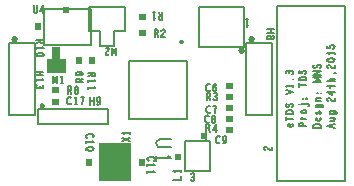
<source format=gto>
G04 ================== begin FILE IDENTIFICATION RECORD ==================*
G04 Layout Name:  C:/USERS/MSAHADAT3/DROPBOX/GATECH/ETDS_PCB/allegro/ETDS_PCB_V1_3.brd*
G04 Film Name:    SILKSCREEN_TOP*
G04 File Format:  Gerber RS274X*
G04 File Origin:  Cadence Allegro 16.6-S034*
G04 Origin Date:  Mon Aug 24 20:03:50 2015*
G04 *
G04 Layer:  REF DES/SILKSCREEN_TOP*
G04 Layer:  PACKAGE GEOMETRY/SILKSCREEN_TOP*
G04 Layer:  BOARD GEOMETRY/SILKSCREEN_TOP*
G04 *
G04 Offset:    (0.00 0.00)*
G04 Mirror:    No*
G04 Mode:      Positive*
G04 Rotation:  0*
G04 FullContactRelief:  No*
G04 UndefLineWidth:     5.00*
G04 ================== end FILE IDENTIFICATION RECORD ====================*
%FSLAX25Y25*MOIN*%
%IR0*IPPOS*OFA0.00000B0.00000*MIA0B0*SFA1.00000B1.00000*%
%ADD10C,.005*%
G75*
%LPD*%
G75*
G36*
G01X761200Y1707250D02*
X759200D01*
Y1705050D01*
X761200D01*
Y1707250D01*
G37*
G36*
G01X753352Y1701808D02*
G03I-1114J0D01*
G37*
G36*
G01X764800Y1682000D02*
Y1680000D01*
X767000D01*
Y1682000D01*
X764800D01*
G37*
G36*
G01X762344Y1679643D02*
G03I-880J0D01*
G37*
G36*
G01X764800Y1685900D02*
Y1683900D01*
X767000D01*
Y1685900D01*
X764800D01*
G37*
G36*
G01Y1695400D02*
Y1699100D01*
X767400D01*
Y1695400D01*
X769400D01*
Y1690500D01*
X762900D01*
Y1695400D01*
X764800D01*
G37*
G36*
G01X772800Y1693700D02*
X774800D01*
Y1695900D01*
X772800D01*
Y1693700D01*
G37*
G36*
G01X768500Y1712500D02*
Y1710700D01*
X770500D01*
Y1712500D01*
X768500D01*
G37*
G36*
G01X778100Y1661900D02*
X776100D01*
Y1659700D01*
X778100D01*
Y1661900D01*
G37*
G36*
G01X780500Y1654500D02*
X791200D01*
Y1667100D01*
X780500D01*
Y1654500D01*
G37*
G36*
G01X778900Y1695900D02*
X776900D01*
Y1693700D01*
X778900D01*
Y1695900D01*
G37*
G36*
G01X795700Y1661900D02*
X793700D01*
Y1659700D01*
X795700D01*
Y1661900D01*
G37*
G36*
G01X793800Y1704800D02*
Y1702800D01*
X796000D01*
Y1704800D01*
X793800D01*
G37*
G36*
G01X796000Y1708100D02*
Y1710100D01*
X793800D01*
Y1708100D01*
X796000D01*
G37*
G36*
G01X805600Y1661500D02*
X807600D01*
Y1663700D01*
X805600D01*
Y1661500D01*
G37*
G36*
G01X808706Y1700900D02*
G03I-806J0D01*
G37*
G36*
G01X816497Y1668350D02*
G03I-447J0D01*
G37*
G36*
G01X822700Y1672700D02*
Y1670700D01*
X824900D01*
Y1672700D01*
X822700D01*
G37*
G36*
G01X814250Y1670550D02*
Y1668550D01*
X816450D01*
Y1670550D01*
X814250D01*
G37*
G36*
G01X822700Y1679900D02*
Y1677900D01*
X824900D01*
Y1679900D01*
X822700D01*
G37*
G36*
G01Y1676300D02*
Y1674300D01*
X824900D01*
Y1676300D01*
X822700D01*
G37*
G36*
G01Y1683500D02*
Y1681500D01*
X824900D01*
Y1683500D01*
X822700D01*
G37*
G36*
G01Y1687100D02*
Y1685100D01*
X824900D01*
Y1687100D01*
X822700D01*
G37*
G36*
G01X829006Y1698026D02*
G03I-1113J0D01*
G37*
G36*
G01X832352Y1701808D02*
G03I-1114J0D01*
G37*
G54D10*
G01X759093Y1700569D02*
X750431D01*
Y1676553D01*
X759093D01*
Y1700569D01*
G01X759889Y1678462D02*
Y1673738D01*
X783511D01*
Y1678462D01*
X759889D01*
G01X759300Y1691060D02*
X761800D01*
G01Y1689940D02*
X759300D01*
G01X760550D02*
Y1691060D01*
G01X759300Y1688300D02*
X761800D01*
X761300Y1688620D01*
G01X759300D02*
Y1687980D01*
G01X759800Y1686687D02*
X759508Y1686527D01*
X759342Y1686313D01*
X759300Y1686073D01*
X759342Y1685860D01*
X759550Y1685647D01*
X759800Y1685513D01*
X760050Y1685487D01*
X760342Y1685540D01*
X760550Y1685727D01*
X760633Y1685913D01*
Y1686153D01*
G01Y1685913D02*
X760758Y1685753D01*
X760967Y1685620D01*
X761217Y1685567D01*
X761467Y1685620D01*
X761675Y1685753D01*
X761800Y1685993D01*
X761758Y1686233D01*
X761592Y1686473D01*
G01X759500Y1701633D02*
X762000D01*
Y1700967D01*
X761875Y1700753D01*
X761708Y1700620D01*
X761375Y1700567D01*
X761042Y1700620D01*
X760833Y1700780D01*
X760708Y1700967D01*
Y1701633D01*
G01Y1700967D02*
X759500Y1700567D01*
G01Y1698900D02*
X762000D01*
X761500Y1699220D01*
G01X759500D02*
Y1698580D01*
G01X762000Y1696700D02*
X761917Y1696913D01*
X761708Y1697073D01*
X761458Y1697180D01*
X761125Y1697260D01*
X760750Y1697287D01*
X760375Y1697260D01*
X760042Y1697180D01*
X759792Y1697073D01*
X759583Y1696913D01*
X759500Y1696700D01*
X759583Y1696487D01*
X759792Y1696327D01*
X760042Y1696220D01*
X760375Y1696140D01*
X760750Y1696113D01*
X761125Y1696140D01*
X761458Y1696220D01*
X761708Y1696327D01*
X761917Y1696487D01*
X762000Y1696700D01*
G01X758613Y1713100D02*
Y1711308D01*
X758720Y1710933D01*
X758933Y1710683D01*
X759200Y1710600D01*
X759467Y1710683D01*
X759680Y1710933D01*
X759787Y1711308D01*
Y1713100D01*
G01X761720Y1710600D02*
Y1713100D01*
X760733Y1711308D01*
X762067D01*
G01X770987Y1682392D02*
X770827Y1682517D01*
X770640Y1682600D01*
X770427D01*
X770187Y1682475D01*
X770000Y1682267D01*
X769867Y1682017D01*
X769760Y1681600D01*
X769733Y1681225D01*
X769787Y1680850D01*
X769867Y1680600D01*
X770027Y1680350D01*
X770213Y1680183D01*
X770400Y1680100D01*
X770587D01*
X770773Y1680183D01*
X770933Y1680308D01*
X771067Y1680475D01*
G01X772600Y1680100D02*
Y1682600D01*
X772280Y1682100D01*
G01Y1680100D02*
X772920D01*
G01X774747D02*
X774800Y1680642D01*
X774880Y1681100D01*
X774987Y1681517D01*
X775120Y1681975D01*
X775333Y1682600D01*
X774267D01*
G01X770067Y1683600D02*
Y1686100D01*
X770733D01*
X770947Y1685975D01*
X771080Y1685808D01*
X771133Y1685475D01*
X771080Y1685142D01*
X770920Y1684933D01*
X770733Y1684808D01*
X770067D01*
G01X770733D02*
X771133Y1683600D01*
G01X772800D02*
X772987Y1683642D01*
X773200Y1683767D01*
X773333Y1683975D01*
X773387Y1684267D01*
X773333Y1684558D01*
X773173Y1684808D01*
X772933Y1684933D01*
X772667D01*
X772507Y1685017D01*
X772373Y1685225D01*
X772320Y1685517D01*
X772400Y1685808D01*
X772587Y1686017D01*
X772800Y1686100D01*
X773013Y1686017D01*
X773200Y1685808D01*
X773280Y1685517D01*
X773227Y1685225D01*
X773093Y1685017D01*
X772933Y1684933D01*
X772667D01*
X772427Y1684808D01*
X772267Y1684558D01*
X772213Y1684267D01*
X772267Y1683975D01*
X772400Y1683767D01*
X772613Y1683642D01*
X772800Y1683600D01*
G01X775100Y1687667D02*
X772600D01*
Y1688333D01*
X772725Y1688547D01*
X772892Y1688680D01*
X773225Y1688733D01*
X773558Y1688680D01*
X773767Y1688520D01*
X773892Y1688333D01*
Y1687667D01*
G01Y1688333D02*
X775100Y1688733D01*
G01X774808Y1689947D02*
X775017Y1690133D01*
X775100Y1690347D01*
X775017Y1690560D01*
X774767Y1690747D01*
X774392Y1690880D01*
X774017Y1690933D01*
X773558D01*
X773183Y1690880D01*
X772850Y1690747D01*
X772683Y1690587D01*
X772600Y1690400D01*
X772683Y1690187D01*
X772850Y1690027D01*
X773100Y1689920D01*
X773433Y1689867D01*
X773725Y1689920D01*
X774017Y1690053D01*
X774183Y1690213D01*
X774225Y1690400D01*
X774142Y1690613D01*
X773933Y1690773D01*
X773558Y1690933D01*
G01X765107Y1687100D02*
Y1689600D01*
X765800Y1687517D01*
X766493Y1689600D01*
Y1687100D01*
G01X768000D02*
Y1689600D01*
X767680Y1689100D01*
G01Y1687100D02*
X768320D01*
G01X762000Y1711800D02*
Y1699800D01*
X777600D01*
Y1711800D01*
X762000D01*
G01X778392Y1669113D02*
X778517Y1669273D01*
X778600Y1669460D01*
Y1669673D01*
X778475Y1669913D01*
X778267Y1670100D01*
X778017Y1670233D01*
X777600Y1670340D01*
X777225Y1670367D01*
X776850Y1670313D01*
X776600Y1670233D01*
X776350Y1670073D01*
X776183Y1669887D01*
X776100Y1669700D01*
Y1669513D01*
X776183Y1669327D01*
X776308Y1669167D01*
X776475Y1669033D01*
G01X776100Y1667500D02*
X778600D01*
X778100Y1667820D01*
G01X776100D02*
Y1667180D01*
G01X778600Y1665300D02*
X778517Y1665513D01*
X778308Y1665673D01*
X778058Y1665780D01*
X777725Y1665860D01*
X777350Y1665887D01*
X776975Y1665860D01*
X776642Y1665780D01*
X776392Y1665673D01*
X776183Y1665513D01*
X776100Y1665300D01*
X776183Y1665087D01*
X776392Y1664927D01*
X776642Y1664820D01*
X776975Y1664740D01*
X777350Y1664713D01*
X777725Y1664740D01*
X778058Y1664820D01*
X778308Y1664927D01*
X778517Y1665087D01*
X778600Y1665300D01*
G01X777452Y1680037D02*
Y1682537D01*
G01X778572D02*
Y1680037D01*
G01Y1681287D02*
X777452D01*
G01X779759Y1680329D02*
X779945Y1680120D01*
X780159Y1680037D01*
X780372Y1680120D01*
X780559Y1680370D01*
X780692Y1680745D01*
X780745Y1681120D01*
Y1681579D01*
X780692Y1681954D01*
X780559Y1682287D01*
X780399Y1682454D01*
X780212Y1682537D01*
X779999Y1682454D01*
X779839Y1682287D01*
X779732Y1682037D01*
X779679Y1681704D01*
X779732Y1681412D01*
X779865Y1681120D01*
X780025Y1680954D01*
X780212Y1680912D01*
X780425Y1680995D01*
X780585Y1681204D01*
X780745Y1681579D01*
G01X776700Y1690533D02*
X779200D01*
Y1689867D01*
X779075Y1689653D01*
X778908Y1689520D01*
X778575Y1689467D01*
X778242Y1689520D01*
X778033Y1689680D01*
X777908Y1689867D01*
Y1690533D01*
G01Y1689867D02*
X776700Y1689467D01*
G01Y1687800D02*
X779200D01*
X778700Y1688120D01*
G01X776700D02*
Y1687480D01*
G01Y1685600D02*
X779200D01*
X778700Y1685920D01*
G01X776700D02*
Y1685280D01*
G01X785993Y1699000D02*
Y1696500D01*
X785300Y1698583D01*
X784607Y1696500D01*
Y1699000D01*
G01X783607Y1696917D02*
X783447Y1696667D01*
X783260Y1696542D01*
X783047Y1696500D01*
X782780Y1696583D01*
X782593Y1696792D01*
X782540Y1697042D01*
X782567Y1697292D01*
X782673Y1697500D01*
X783207Y1697917D01*
X783447Y1698208D01*
X783607Y1698625D01*
X783660Y1699000D01*
X782540D01*
G01X785500Y1704450D02*
Y1699650D01*
X780800D01*
Y1704550D01*
X777200D01*
Y1712650D01*
X789200D01*
Y1704450D01*
X785500D01*
G01X798792Y1661413D02*
X798917Y1661573D01*
X799000Y1661760D01*
Y1661973D01*
X798875Y1662213D01*
X798667Y1662400D01*
X798417Y1662533D01*
X798000Y1662640D01*
X797625Y1662667D01*
X797250Y1662613D01*
X797000Y1662533D01*
X796750Y1662373D01*
X796583Y1662187D01*
X796500Y1662000D01*
Y1661813D01*
X796583Y1661627D01*
X796708Y1661467D01*
X796875Y1661333D01*
G01X796500Y1659800D02*
X799000D01*
X798500Y1660120D01*
G01X796500D02*
Y1659480D01*
G01Y1657600D02*
X799000D01*
X798500Y1657920D01*
G01X796500D02*
Y1657280D01*
G01X804500Y1668593D02*
X800917D01*
X800167Y1668340D01*
X799667Y1667833D01*
X799500Y1667200D01*
X799667Y1666567D01*
X800167Y1666060D01*
X800917Y1665807D01*
X804500D01*
G01X799500Y1662100D02*
X804500D01*
X803500Y1662860D01*
G01X799500D02*
Y1661340D01*
G01X790600Y1667840D02*
X788100Y1668960D01*
G01Y1667840D02*
X790600Y1668960D01*
G01Y1670600D02*
X788100D01*
X788600Y1670280D01*
G01X790600D02*
Y1670920D01*
G01X790350Y1694650D02*
Y1675350D01*
X809650D01*
Y1694650D01*
X790350D01*
G01X798967Y1702600D02*
Y1705100D01*
X799633D01*
X799847Y1704975D01*
X799980Y1704808D01*
X800033Y1704475D01*
X799980Y1704142D01*
X799820Y1703933D01*
X799633Y1703808D01*
X798967D01*
G01X799633D02*
X800033Y1702600D01*
G01X801193Y1704683D02*
X801353Y1704933D01*
X801540Y1705058D01*
X801753Y1705100D01*
X802020Y1705017D01*
X802207Y1704808D01*
X802260Y1704558D01*
X802233Y1704308D01*
X802127Y1704100D01*
X801593Y1703683D01*
X801353Y1703392D01*
X801193Y1702975D01*
X801140Y1702600D01*
X802260D01*
G01X801533Y1710800D02*
Y1708300D01*
X800867D01*
X800653Y1708425D01*
X800520Y1708592D01*
X800467Y1708925D01*
X800520Y1709258D01*
X800680Y1709467D01*
X800867Y1709592D01*
X801533D01*
G01X800867D02*
X800467Y1710800D01*
G01X798800D02*
Y1708300D01*
X799120Y1708800D01*
G01Y1710800D02*
X798480D01*
G01X810963Y1655150D02*
X811123Y1654858D01*
X811337Y1654692D01*
X811577Y1654650D01*
X811790Y1654692D01*
X812003Y1654900D01*
X812137Y1655150D01*
X812163Y1655400D01*
X812110Y1655692D01*
X811923Y1655900D01*
X811737Y1655983D01*
X811497D01*
G01X811737D02*
X811897Y1656108D01*
X812030Y1656317D01*
X812083Y1656567D01*
X812030Y1656817D01*
X811897Y1657025D01*
X811657Y1657150D01*
X811417Y1657108D01*
X811177Y1656942D01*
G01X808950Y1667850D02*
Y1658050D01*
X817350D01*
Y1667850D01*
X808950D01*
G01X805200Y1655067D02*
X807700D01*
Y1656133D01*
G01Y1657800D02*
X805200D01*
X805700Y1657480D01*
G01X807700D02*
Y1658120D01*
G01X820587Y1669392D02*
X820427Y1669517D01*
X820240Y1669600D01*
X820027D01*
X819787Y1669475D01*
X819600Y1669267D01*
X819467Y1669017D01*
X819360Y1668600D01*
X819333Y1668225D01*
X819387Y1667850D01*
X819467Y1667600D01*
X819627Y1667350D01*
X819813Y1667183D01*
X820000Y1667100D01*
X820187D01*
X820373Y1667183D01*
X820533Y1667308D01*
X820667Y1667475D01*
G01X821747Y1667392D02*
X821933Y1667183D01*
X822147Y1667100D01*
X822360Y1667183D01*
X822547Y1667433D01*
X822680Y1667808D01*
X822733Y1668183D01*
Y1668642D01*
X822680Y1669017D01*
X822547Y1669350D01*
X822387Y1669517D01*
X822200Y1669600D01*
X821987Y1669517D01*
X821827Y1669350D01*
X821720Y1669100D01*
X821667Y1668767D01*
X821720Y1668475D01*
X821853Y1668183D01*
X822013Y1668017D01*
X822200Y1667975D01*
X822413Y1668058D01*
X822573Y1668267D01*
X822733Y1668642D01*
G01X816167Y1671000D02*
Y1673500D01*
X816833D01*
X817047Y1673375D01*
X817180Y1673208D01*
X817233Y1672875D01*
X817180Y1672542D01*
X817020Y1672333D01*
X816833Y1672208D01*
X816167D01*
G01X816833D02*
X817233Y1671000D01*
G01X819220D02*
Y1673500D01*
X818233Y1671708D01*
X819567D01*
G01X817387Y1679492D02*
X817227Y1679617D01*
X817040Y1679700D01*
X816827D01*
X816587Y1679575D01*
X816400Y1679367D01*
X816267Y1679117D01*
X816160Y1678700D01*
X816133Y1678325D01*
X816187Y1677950D01*
X816267Y1677700D01*
X816427Y1677450D01*
X816613Y1677283D01*
X816800Y1677200D01*
X816987D01*
X817173Y1677283D01*
X817333Y1677408D01*
X817467Y1677575D01*
G01X818947Y1677200D02*
X819000Y1677742D01*
X819080Y1678200D01*
X819187Y1678617D01*
X819320Y1679075D01*
X819533Y1679700D01*
X818467D01*
G01X816987Y1676292D02*
X816827Y1676417D01*
X816640Y1676500D01*
X816427D01*
X816187Y1676375D01*
X816000Y1676167D01*
X815867Y1675917D01*
X815760Y1675500D01*
X815733Y1675125D01*
X815787Y1674750D01*
X815867Y1674500D01*
X816027Y1674250D01*
X816213Y1674083D01*
X816400Y1674000D01*
X816587D01*
X816773Y1674083D01*
X816933Y1674208D01*
X817067Y1674375D01*
G01X818600Y1674000D02*
X818787Y1674042D01*
X819000Y1674167D01*
X819133Y1674375D01*
X819187Y1674667D01*
X819133Y1674958D01*
X818973Y1675208D01*
X818733Y1675333D01*
X818467D01*
X818307Y1675417D01*
X818173Y1675625D01*
X818120Y1675917D01*
X818200Y1676208D01*
X818387Y1676417D01*
X818600Y1676500D01*
X818813Y1676417D01*
X819000Y1676208D01*
X819080Y1675917D01*
X819027Y1675625D01*
X818893Y1675417D01*
X818733Y1675333D01*
X818467D01*
X818227Y1675208D01*
X818067Y1674958D01*
X818013Y1674667D01*
X818067Y1674375D01*
X818200Y1674167D01*
X818413Y1674042D01*
X818600Y1674000D01*
G01X816367Y1681500D02*
Y1684000D01*
X817033D01*
X817247Y1683875D01*
X817380Y1683708D01*
X817433Y1683375D01*
X817380Y1683042D01*
X817220Y1682833D01*
X817033Y1682708D01*
X816367D01*
G01X817033D02*
X817433Y1681500D01*
G01X818513Y1682000D02*
X818673Y1681708D01*
X818887Y1681542D01*
X819127Y1681500D01*
X819340Y1681542D01*
X819553Y1681750D01*
X819687Y1682000D01*
X819713Y1682250D01*
X819660Y1682542D01*
X819473Y1682750D01*
X819287Y1682833D01*
X819047D01*
G01X819287D02*
X819447Y1682958D01*
X819580Y1683167D01*
X819633Y1683417D01*
X819580Y1683667D01*
X819447Y1683875D01*
X819207Y1684000D01*
X818967Y1683958D01*
X818727Y1683792D01*
G01X817287Y1686792D02*
X817127Y1686917D01*
X816940Y1687000D01*
X816727D01*
X816487Y1686875D01*
X816300Y1686667D01*
X816167Y1686417D01*
X816060Y1686000D01*
X816033Y1685625D01*
X816087Y1685250D01*
X816167Y1685000D01*
X816327Y1684750D01*
X816513Y1684583D01*
X816700Y1684500D01*
X816887D01*
X817073Y1684583D01*
X817233Y1684708D01*
X817367Y1684875D01*
G01X818393Y1685542D02*
X818580Y1685833D01*
X818740Y1686000D01*
X818953Y1686083D01*
X819140Y1686000D01*
X819273Y1685833D01*
X819380Y1685583D01*
X819407Y1685292D01*
X819380Y1685042D01*
X819273Y1684792D01*
X819113Y1684583D01*
X818927Y1684500D01*
X818713Y1684583D01*
X818527Y1684833D01*
X818420Y1685208D01*
X818393Y1685625D01*
X818447Y1686167D01*
X818527Y1686458D01*
X818660Y1686750D01*
X818847Y1686958D01*
X819033Y1687000D01*
X819220Y1686917D01*
X819353Y1686708D01*
G01X828680Y1699207D02*
Y1712593D01*
X813720D01*
Y1699207D01*
X828680D01*
G01X835817Y1664993D02*
X835567Y1665153D01*
X835442Y1665340D01*
X835400Y1665553D01*
X835483Y1665820D01*
X835692Y1666007D01*
X835942Y1666060D01*
X836192Y1666033D01*
X836400Y1665927D01*
X836817Y1665393D01*
X837108Y1665153D01*
X837525Y1664993D01*
X837900Y1664940D01*
Y1666060D01*
G01X862300Y1654700D02*
X839600D01*
Y1712800D01*
X862300D01*
Y1654700D01*
G01X838093Y1700569D02*
X829431D01*
Y1676553D01*
X838093D01*
Y1700569D01*
G01X829700Y1708500D02*
Y1706000D01*
X830020Y1706500D01*
G01Y1708500D02*
X829380D01*
G01X836300Y1705160D02*
X838800D01*
G01Y1704040D02*
X836300D01*
G01X837550D02*
Y1705160D01*
G01X836300Y1702400D02*
X836342Y1702213D01*
X836467Y1702000D01*
X836675Y1701867D01*
X836967Y1701813D01*
X837258Y1701867D01*
X837508Y1702027D01*
X837633Y1702267D01*
Y1702533D01*
X837717Y1702693D01*
X837925Y1702827D01*
X838217Y1702880D01*
X838508Y1702800D01*
X838717Y1702613D01*
X838800Y1702400D01*
X838717Y1702187D01*
X838508Y1702000D01*
X838217Y1701920D01*
X837925Y1701973D01*
X837717Y1702107D01*
X837633Y1702267D01*
Y1702533D01*
X837508Y1702773D01*
X837258Y1702933D01*
X836967Y1702987D01*
X836675Y1702933D01*
X836467Y1702800D01*
X836342Y1702587D01*
X836300Y1702400D01*
G01X843975Y1672800D02*
Y1673653D01*
X843683Y1673573D01*
X843517Y1673440D01*
X843433Y1673253D01*
X843475Y1673067D01*
X843600Y1672907D01*
X843892Y1672800D01*
X844142Y1672747D01*
X844392D01*
X844642Y1672800D01*
X844892Y1672933D01*
X845058Y1673093D01*
X845100Y1673280D01*
X845017Y1673467D01*
X844767Y1673653D01*
G01X842600Y1675400D02*
X845100D01*
G01X842600Y1674787D02*
Y1676013D01*
G01X845100Y1677013D02*
X842600D01*
Y1677547D01*
X842725Y1677760D01*
X842892Y1677920D01*
X843142Y1678053D01*
X843433Y1678160D01*
X843850Y1678187D01*
X844267Y1678160D01*
X844558Y1678053D01*
X844808Y1677920D01*
X844975Y1677760D01*
X845100Y1677547D01*
Y1677013D01*
G01X844767Y1679240D02*
X844975Y1679453D01*
X845100Y1679693D01*
Y1679907D01*
X844975Y1680120D01*
X844767Y1680280D01*
X844475Y1680360D01*
X844183Y1680307D01*
X843933Y1680173D01*
X843767Y1679933D01*
X843683Y1679613D01*
X843517Y1679427D01*
X843225Y1679347D01*
X842933Y1679400D01*
X842725Y1679533D01*
X842600Y1679720D01*
Y1679907D01*
X842683Y1680093D01*
X842892Y1680253D01*
G01X842600Y1683533D02*
X845100Y1684200D01*
X842600Y1684867D01*
G01X845100Y1686400D02*
X842600D01*
X843100Y1686080D01*
G01X845100D02*
Y1686720D01*
G01X845183Y1688600D02*
X845142Y1688547D01*
X845058D01*
X845017Y1688600D01*
X845058Y1688653D01*
X845142D01*
X845183Y1688600D01*
G01X844600Y1690213D02*
X844892Y1690373D01*
X845058Y1690587D01*
X845100Y1690827D01*
X845058Y1691040D01*
X844850Y1691253D01*
X844600Y1691387D01*
X844350Y1691413D01*
X844058Y1691360D01*
X843850Y1691173D01*
X843767Y1690987D01*
Y1690747D01*
G01Y1690987D02*
X843642Y1691147D01*
X843433Y1691280D01*
X843183Y1691333D01*
X842933Y1691280D01*
X842725Y1691147D01*
X842600Y1690907D01*
X842642Y1690667D01*
X842808Y1690427D01*
G01X849500Y1672767D02*
X847000D01*
Y1673407D01*
X847125Y1673620D01*
X847417Y1673780D01*
X847750Y1673833D01*
X848083Y1673780D01*
X848333Y1673647D01*
X848458Y1673407D01*
Y1672767D01*
G01X849500Y1675127D02*
X847833D01*
G01X848167D02*
X848000Y1675260D01*
X847875Y1675393D01*
X847833Y1675580D01*
X847875Y1675713D01*
X848000Y1675873D01*
G01X849500Y1677700D02*
X849458Y1677540D01*
X849292Y1677380D01*
X849000Y1677273D01*
X848667Y1677220D01*
X848333Y1677273D01*
X848042Y1677380D01*
X847875Y1677540D01*
X847833Y1677700D01*
X847875Y1677860D01*
X848042Y1678020D01*
X848333Y1678127D01*
X848667Y1678153D01*
X849000Y1678127D01*
X849292Y1678020D01*
X849458Y1677860D01*
X849500Y1677700D01*
G01X850125Y1679473D02*
X850292Y1679660D01*
X850333Y1679820D01*
X850250Y1680033D01*
X850042Y1680193D01*
X849667Y1680273D01*
X847833D01*
G01X847167D02*
X847125Y1680220D01*
X847042D01*
X847000Y1680273D01*
X847042Y1680327D01*
X847125D01*
X847167Y1680273D01*
G01X849583Y1682100D02*
X849542Y1682047D01*
X849458D01*
X849417Y1682100D01*
X849458Y1682153D01*
X849542D01*
X849583Y1682100D01*
G01X848458D02*
X848417Y1682047D01*
X848333D01*
X848292Y1682100D01*
X848333Y1682153D01*
X848417D01*
X848458Y1682100D01*
G01X847000Y1686500D02*
X849500D01*
G01X847000Y1685887D02*
Y1687113D01*
G01X849500Y1688113D02*
X847000D01*
Y1688647D01*
X847125Y1688860D01*
X847292Y1689020D01*
X847542Y1689153D01*
X847833Y1689260D01*
X848250Y1689287D01*
X848667Y1689260D01*
X848958Y1689153D01*
X849208Y1689020D01*
X849375Y1688860D01*
X849500Y1688647D01*
Y1688113D01*
G01X849167Y1690340D02*
X849375Y1690553D01*
X849500Y1690793D01*
Y1691007D01*
X849375Y1691220D01*
X849167Y1691380D01*
X848875Y1691460D01*
X848583Y1691407D01*
X848333Y1691273D01*
X848167Y1691033D01*
X848083Y1690713D01*
X847917Y1690527D01*
X847625Y1690447D01*
X847333Y1690500D01*
X847125Y1690633D01*
X847000Y1690820D01*
Y1691007D01*
X847083Y1691193D01*
X847292Y1691353D01*
G01X854300Y1672413D02*
X851800D01*
Y1672947D01*
X851925Y1673160D01*
X852092Y1673320D01*
X852342Y1673453D01*
X852633Y1673560D01*
X853050Y1673587D01*
X853467Y1673560D01*
X853758Y1673453D01*
X854008Y1673320D01*
X854175Y1673160D01*
X854300Y1672947D01*
Y1672413D01*
G01X853175Y1674800D02*
Y1675653D01*
X852883Y1675573D01*
X852717Y1675440D01*
X852633Y1675253D01*
X852675Y1675067D01*
X852800Y1674907D01*
X853092Y1674800D01*
X853342Y1674747D01*
X853592D01*
X853842Y1674800D01*
X854092Y1674933D01*
X854258Y1675093D01*
X854300Y1675280D01*
X854217Y1675467D01*
X853967Y1675653D01*
G01X854008Y1677000D02*
X854175Y1677133D01*
X854300Y1677320D01*
Y1677480D01*
X854217Y1677640D01*
X854092Y1677747D01*
X853925Y1677800D01*
X853675Y1677773D01*
X853550Y1677667D01*
X853300Y1677187D01*
X853008Y1677080D01*
X852800Y1677133D01*
X852675Y1677240D01*
X852633Y1677400D01*
X852675Y1677560D01*
X852800Y1677720D01*
G01X854925Y1679227D02*
X855092Y1679413D01*
X855133Y1679627D01*
X855092Y1679813D01*
X854883Y1679973D01*
X854592Y1680080D01*
X852633D01*
G01X852967D02*
X852800Y1679973D01*
X852675Y1679813D01*
X852633Y1679627D01*
X852717Y1679413D01*
X852883Y1679280D01*
X853175Y1679173D01*
X853467Y1679120D01*
X853717Y1679147D01*
X854008Y1679253D01*
X854217Y1679413D01*
X854300Y1679627D01*
X854258Y1679787D01*
X854092Y1679973D01*
X853925Y1680080D01*
G01X854300Y1681347D02*
X852633D01*
G01X853050D02*
X852842Y1681453D01*
X852675Y1681613D01*
X852633Y1681827D01*
X852675Y1682013D01*
X852842Y1682173D01*
X853133Y1682253D01*
X854300D01*
G01X854383Y1684000D02*
X854342Y1683947D01*
X854258D01*
X854217Y1684000D01*
X854258Y1684053D01*
X854342D01*
X854383Y1684000D01*
G01X853258D02*
X853217Y1683947D01*
X853133D01*
X853092Y1684000D01*
X853133Y1684053D01*
X853217D01*
X853258Y1684000D01*
G01X854300Y1687707D02*
X851800D01*
X853883Y1688400D01*
X851800Y1689093D01*
X854300D01*
G01Y1689987D02*
X851800D01*
X854300Y1691213D01*
X851800D01*
G01X853967Y1692240D02*
X854175Y1692453D01*
X854300Y1692693D01*
Y1692907D01*
X854175Y1693120D01*
X853967Y1693280D01*
X853675Y1693360D01*
X853383Y1693307D01*
X853133Y1693173D01*
X852967Y1692933D01*
X852883Y1692613D01*
X852717Y1692427D01*
X852425Y1692347D01*
X852133Y1692400D01*
X851925Y1692533D01*
X851800Y1692720D01*
Y1692907D01*
X851883Y1693093D01*
X852092Y1693253D01*
G01X858900Y1672233D02*
X856400Y1672900D01*
X858900Y1673567D01*
G01X858025Y1673327D02*
Y1672473D01*
G01X857233Y1674647D02*
X858400D01*
X858692Y1674753D01*
X858858Y1674913D01*
X858900Y1675100D01*
X858858Y1675287D01*
X858692Y1675447D01*
X858400Y1675553D01*
G01X858900D02*
X857233D01*
G01X859525Y1676927D02*
X859692Y1677113D01*
X859733Y1677327D01*
X859692Y1677513D01*
X859483Y1677673D01*
X859192Y1677780D01*
X857233D01*
G01X857567D02*
X857400Y1677673D01*
X857275Y1677513D01*
X857233Y1677327D01*
X857317Y1677113D01*
X857483Y1676980D01*
X857775Y1676873D01*
X858067Y1676820D01*
X858317Y1676847D01*
X858608Y1676953D01*
X858817Y1677113D01*
X858900Y1677327D01*
X858858Y1677487D01*
X858692Y1677673D01*
X858525Y1677780D01*
G01X856817Y1681193D02*
X856567Y1681353D01*
X856442Y1681540D01*
X856400Y1681753D01*
X856483Y1682020D01*
X856692Y1682207D01*
X856942Y1682260D01*
X857192Y1682233D01*
X857400Y1682127D01*
X857817Y1681593D01*
X858108Y1681353D01*
X858525Y1681193D01*
X858900Y1681140D01*
Y1682260D01*
G01Y1684220D02*
X856400D01*
X858192Y1683233D01*
Y1684567D01*
G01X856400Y1686100D02*
X858900D01*
G01X857233Y1685727D02*
Y1686473D01*
G01X858900Y1687847D02*
X856400D01*
G01X857608D02*
X857400Y1687980D01*
X857275Y1688113D01*
X857233Y1688327D01*
X857275Y1688487D01*
X857442Y1688673D01*
X857692Y1688753D01*
X858900D01*
G01X859358Y1690447D02*
X858817Y1690553D01*
G01X856817Y1692193D02*
X856567Y1692353D01*
X856442Y1692540D01*
X856400Y1692753D01*
X856483Y1693020D01*
X856692Y1693207D01*
X856942Y1693260D01*
X857192Y1693233D01*
X857400Y1693127D01*
X857817Y1692593D01*
X858108Y1692353D01*
X858525Y1692193D01*
X858900Y1692140D01*
Y1693260D01*
G01X856400Y1694900D02*
X856483Y1694687D01*
X856692Y1694527D01*
X856942Y1694420D01*
X857275Y1694340D01*
X857650Y1694313D01*
X858025Y1694340D01*
X858358Y1694420D01*
X858608Y1694527D01*
X858817Y1694687D01*
X858900Y1694900D01*
X858817Y1695113D01*
X858608Y1695273D01*
X858358Y1695380D01*
X858025Y1695460D01*
X857650Y1695487D01*
X857275Y1695460D01*
X856942Y1695380D01*
X856692Y1695273D01*
X856483Y1695113D01*
X856400Y1694900D01*
G01X858900Y1697100D02*
X856400D01*
X856900Y1696780D01*
G01X858900D02*
Y1697420D01*
G01X858525Y1698713D02*
X858733Y1698873D01*
X858858Y1699060D01*
X858900Y1699300D01*
X858817Y1699540D01*
X858650Y1699727D01*
X858358Y1699860D01*
X858025Y1699887D01*
X857692Y1699833D01*
X857483Y1699700D01*
X857317Y1699513D01*
X857275Y1699327D01*
X857317Y1699140D01*
X857483Y1698900D01*
X856400Y1698980D01*
Y1699700D01*
M02*

</source>
